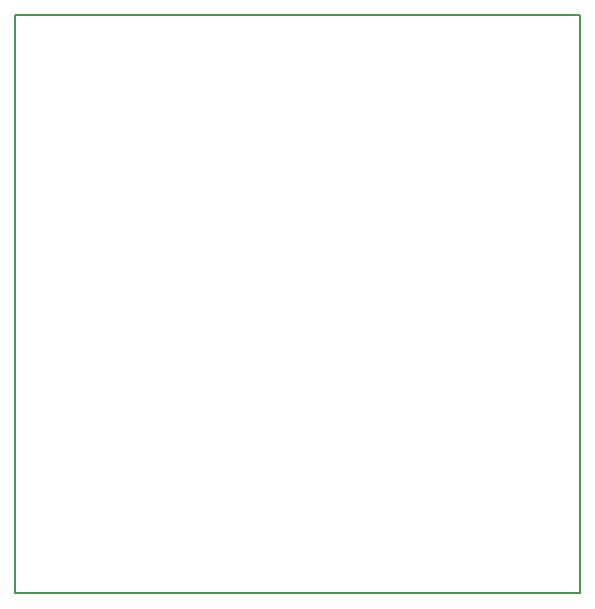
<source format=gbo>
G04 MADE WITH FRITZING*
G04 WWW.FRITZING.ORG*
G04 DOUBLE SIDED*
G04 HOLES PLATED*
G04 CONTOUR ON CENTER OF CONTOUR VECTOR*
%ASAXBY*%
%FSLAX23Y23*%
%MOIN*%
%OFA0B0*%
%SFA1.0B1.0*%
%ADD10R,1.890220X1.934500X1.874220X1.918500*%
%ADD11C,0.008000*%
%LNSILK0*%
G90*
G70*
G54D11*
X4Y1931D02*
X1886Y1931D01*
X1886Y4D01*
X4Y4D01*
X4Y1931D01*
D02*
G04 End of Silk0*
M02*
</source>
